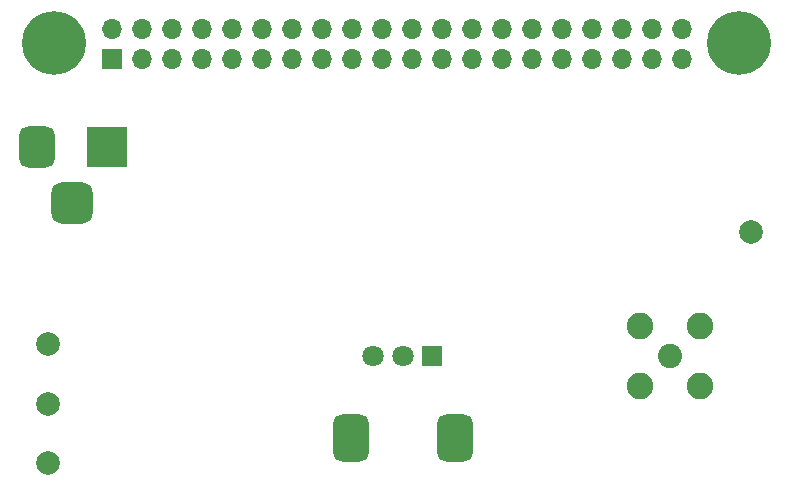
<source format=gbs>
G04 #@! TF.GenerationSoftware,KiCad,Pcbnew,7.0.1*
G04 #@! TF.CreationDate,2023-11-13T16:16:05-05:00*
G04 #@! TF.ProjectId,Radio HAT,52616469-6f20-4484-9154-2e6b69636164,v1.1*
G04 #@! TF.SameCoordinates,Original*
G04 #@! TF.FileFunction,Soldermask,Bot*
G04 #@! TF.FilePolarity,Negative*
%FSLAX46Y46*%
G04 Gerber Fmt 4.6, Leading zero omitted, Abs format (unit mm)*
G04 Created by KiCad (PCBNEW 7.0.1) date 2023-11-13 16:16:05*
%MOMM*%
%LPD*%
G01*
G04 APERTURE LIST*
G04 Aperture macros list*
%AMRoundRect*
0 Rectangle with rounded corners*
0 $1 Rounding radius*
0 $2 $3 $4 $5 $6 $7 $8 $9 X,Y pos of 4 corners*
0 Add a 4 corners polygon primitive as box body*
4,1,4,$2,$3,$4,$5,$6,$7,$8,$9,$2,$3,0*
0 Add four circle primitives for the rounded corners*
1,1,$1+$1,$2,$3*
1,1,$1+$1,$4,$5*
1,1,$1+$1,$6,$7*
1,1,$1+$1,$8,$9*
0 Add four rect primitives between the rounded corners*
20,1,$1+$1,$2,$3,$4,$5,0*
20,1,$1+$1,$4,$5,$6,$7,0*
20,1,$1+$1,$6,$7,$8,$9,0*
20,1,$1+$1,$8,$9,$2,$3,0*%
G04 Aperture macros list end*
%ADD10C,2.000000*%
%ADD11R,1.800000X1.800000*%
%ADD12C,1.800000*%
%ADD13RoundRect,0.750000X-0.750000X1.250000X-0.750000X-1.250000X0.750000X-1.250000X0.750000X1.250000X0*%
%ADD14C,2.050000*%
%ADD15C,2.250000*%
%ADD16C,0.800000*%
%ADD17C,5.400000*%
%ADD18R,1.700000X1.700000*%
%ADD19O,1.700000X1.700000*%
%ADD20R,3.500000X3.500000*%
%ADD21RoundRect,0.750000X-0.750000X-1.000000X0.750000X-1.000000X0.750000X1.000000X-0.750000X1.000000X0*%
%ADD22RoundRect,0.875000X-0.875000X-0.875000X0.875000X-0.875000X0.875000X0.875000X-0.875000X0.875000X0*%
G04 APERTURE END LIST*
D10*
X103000000Y-139000000D03*
X103000000Y-134000000D03*
D11*
X135500000Y-129950000D03*
D12*
X133000000Y-129950000D03*
X130500000Y-129950000D03*
D13*
X137400000Y-136950000D03*
X128600000Y-136950000D03*
D14*
X155600000Y-130000000D03*
D15*
X153060000Y-127460000D03*
X153060000Y-132540000D03*
X158140000Y-127460000D03*
X158140000Y-132540000D03*
D16*
X159475000Y-103500000D03*
X160068109Y-102068109D03*
X160068109Y-104931891D03*
X161500000Y-101475000D03*
D17*
X161500000Y-103500000D03*
D16*
X161500000Y-105525000D03*
X162931891Y-102068109D03*
X162931891Y-104931891D03*
X163525000Y-103500000D03*
D18*
X108400000Y-104790000D03*
D19*
X108400000Y-102250000D03*
X110940000Y-104790000D03*
X110940000Y-102250000D03*
X113480000Y-104790000D03*
X113480000Y-102250000D03*
X116020000Y-104790000D03*
X116020000Y-102250000D03*
X118560000Y-104790000D03*
X118560000Y-102250000D03*
X121100000Y-104790000D03*
X121100000Y-102250000D03*
X123640000Y-104790000D03*
X123640000Y-102250000D03*
X126180000Y-104790000D03*
X126180000Y-102250000D03*
X128720000Y-104790000D03*
X128720000Y-102250000D03*
X131260000Y-104790000D03*
X131260000Y-102250000D03*
X133800000Y-104790000D03*
X133800000Y-102250000D03*
X136340000Y-104790000D03*
X136340000Y-102250000D03*
X138880000Y-104790000D03*
X138880000Y-102250000D03*
X141420000Y-104790000D03*
X141420000Y-102250000D03*
X143960000Y-104790000D03*
X143960000Y-102250000D03*
X146500000Y-104790000D03*
X146500000Y-102250000D03*
X149040000Y-104790000D03*
X149040000Y-102250000D03*
X151580000Y-104790000D03*
X151580000Y-102250000D03*
X154120000Y-104790000D03*
X154120000Y-102250000D03*
X156660000Y-104790000D03*
X156660000Y-102250000D03*
D10*
X162500000Y-119500000D03*
D20*
X108000000Y-112300000D03*
D21*
X102000000Y-112300000D03*
D22*
X105000000Y-117000000D03*
D10*
X103000000Y-129000000D03*
D16*
X101475000Y-103500000D03*
X102068109Y-102068109D03*
X102068109Y-104931891D03*
X103500000Y-101475000D03*
D17*
X103500000Y-103500000D03*
D16*
X103500000Y-105525000D03*
X104931891Y-102068109D03*
X104931891Y-104931891D03*
X105525000Y-103500000D03*
M02*

</source>
